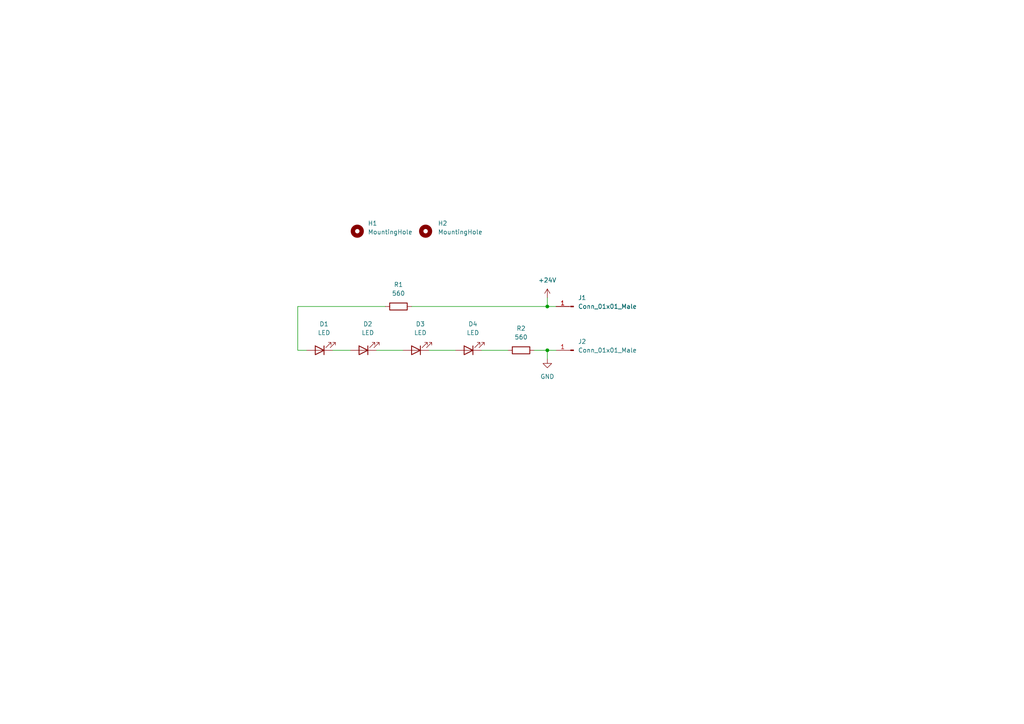
<source format=kicad_sch>
(kicad_sch (version 20230121) (generator eeschema)
  (paper "A4")
  (lib_symbols
    (symbol "Device:LED" (pin_numbers hide) (pin_names (offset 1.016) hide)
      (property "Reference" "D" (at 0 2.54 0))
      (property "Value" "LED" (at 0 -2.54 0))
      (symbol "LED_0_1"
        (polyline (pts (xy -1.27 -1.27) (xy -1.27 1.27)) (stroke (width 0.254)))
        (polyline (pts (xy -1.27 0) (xy 1.27 0)))
        (polyline (pts (xy 1.27 -1.27) (xy 1.27 1.27) (xy -1.27 0) (xy 1.27 -1.27)) (stroke (width 0.254)))
        (polyline (pts (xy -3.048 -0.762) (xy -4.572 -2.286) (xy -3.81 -2.286) (xy -4.572 -2.286) (xy -4.572 -1.524)))
        (polyline (pts (xy -1.778 -0.762) (xy -3.302 -2.286) (xy -2.54 -2.286) (xy -3.302 -2.286) (xy -3.302 -1.524)))
      )
      (symbol "LED_1_1"
        (pin passive line (at -3.81 0 0) (length 2.54) (name "K") (number "1"))
        (pin passive line (at 3.81 0 180) (length 2.54) (name "A") (number "2"))
      )
    )
    (symbol "Device:R" (pin_numbers hide) (pin_names (offset 0))
      (property "Reference" "R" (at 2.032 0 90))
      (property "Value" "R" (at 0 0 90))
      (symbol "R_0_1"
        (rectangle (start -1.016 -2.54) (end 1.016 2.54) (stroke (width 0.254)))
      )
      (symbol "R_1_1"
        (pin passive line (at 0 3.81 270) (length 1.27) (name "~") (number "1"))
        (pin passive line (at 0 -3.81 90) (length 1.27) (name "~") (number "2"))
      )
    )
    (symbol "HotendLit-rescue:Conn_01x01_Male-Connector" (pin_names (offset 1.016) hide)
      (property "Reference" "J" (at 0 2.54 0))
      (property "Value" "Connector_Conn_01x01_Male" (at 0 -2.54 0))
      (symbol "Conn_01x01_Male-Connector_1_1"
        (polyline (pts (xy 1.27 0) (xy 0.8636 0)) (stroke (width 0.1524)))
        (rectangle (start 0.8636 0.127) (end 0 -0.127) (stroke (width 0.1524)) (fill (type outline)))
        (pin passive line (at 5.08 0 180) (length 3.81) (name "Pin_1") (number "1"))
      )
    )
    (symbol "Mechanical:MountingHole" (pin_names (offset 1.016))
      (property "Reference" "H" (at 0 5.08 0))
      (property "Value" "MountingHole" (at 0 3.175 0))
      (symbol "MountingHole_0_1"
        (circle (center 0 0) (radius 1.27) (stroke (width 1.27)))
      )
    )
    (symbol "power:+24V" (power) (pin_names (offset 0))
      (property "Value" "+24V" (at 0 3.556 0))
      (symbol "+24V_0_1"
        (polyline (pts (xy -0.762 1.27) (xy 0 2.54)))
        (polyline (pts (xy 0 0) (xy 0 2.54)))
        (polyline (pts (xy 0 2.54) (xy 0.762 1.27)))
      )
      (symbol "+24V_1_1"
        (pin power_in line (at 0 0 90) (length 0) hide (name "+24V") (number "1"))
      )
    )
    (symbol "power:GND" (power) (pin_names (offset 0))
      (property "Value" "GND" (at 0 -3.81 0))
      (symbol "GND_0_1"
        (polyline (pts (xy 0 0) (xy 0 -1.27) (xy 1.27 -1.27) (xy 0 -2.54) (xy -1.27 -1.27) (xy 0 -1.27)))
      )
      (symbol "GND_1_1"
        (pin power_in line (at 0 0 270) (length 0) hide (name "GND") (number "1"))
      )
    )
  )
  (junction (at 158.75 101.6))
  (junction (at 158.75 88.9))
  (wire (pts (xy 161.29 101.6) (xy 158.75 101.6)))
  (wire (pts (xy 124.46 101.6) (xy 132.08 101.6)))
  (wire (pts (xy 119.38 88.9) (xy 158.75 88.9)))
  (wire (pts (xy 88.9 101.6) (xy 86.36 101.6)))
  (wire (pts (xy 109.22 101.6) (xy 116.84 101.6)))
  (wire (pts (xy 158.75 101.6) (xy 154.94 101.6)))
  (wire (pts (xy 158.75 88.9) (xy 161.29 88.9)))
  (wire (pts (xy 158.75 101.6) (xy 158.75 104.14)))
  (wire (pts (xy 158.75 86.36) (xy 158.75 88.9)))
  (wire (pts (xy 86.36 101.6) (xy 86.36 88.9)))
  (wire (pts (xy 101.6 101.6) (xy 96.52 101.6)))
  (wire (pts (xy 86.36 88.9) (xy 111.76 88.9)))
  (wire (pts (xy 139.7 101.6) (xy 147.32 101.6)))
  (symbol (lib_id "Device:R") (at 115.57 88.9 270) (unit 1)
    (property "Reference" "R1" (at 115.57 82.55 90))
    (property "Value" "560" (at 115.57 85.09 90))
    (property "Footprint" "2024l1:res0603" (effects hide))
  )
  (symbol (lib_id "HotendLit-rescue:Conn_01x01_Male-Connector") (at 166.37 88.9 180) (unit 1)
    (property "Reference" "J1" (at 167.64 86.36 0) (effects (justify right)))
    (property "Value" "Conn_01x01_Male" (at 167.64 88.9 0) (effects (justify right)))
    (property "Footprint" "MyKickadLayoutLib:SolderPad" (effects hide))
  )
  (symbol (lib_id "HotendLit-rescue:Conn_01x01_Male-Connector") (at 166.37 101.6 180) (unit 1)
    (property "Reference" "J2" (at 167.64 99.06 0) (effects (justify right)))
    (property "Value" "Conn_01x01_Male" (at 167.64 101.6 0) (effects (justify right)))
    (property "Footprint" "MyKickadLayoutLib:SolderPad" (effects hide))
  )
  (symbol (lib_id "Mechanical:MountingHole") (at 103.632 67.056 0) (unit 1)
    (property "Reference" "H1" (at 106.68 64.77 0) (effects (justify left)))
    (property "Value" "MountingHole" (at 106.68 67.31 0) (effects (justify left)))
    (property "Footprint" "MountingHole:MountingHole_2.5mm_Pad_Via" (effects hide))
  )
  (symbol (lib_id "Mechanical:MountingHole") (at 123.444 67.056 0) (unit 1)
    (property "Reference" "H2" (at 127 64.77 0) (effects (justify left)))
    (property "Value" "MountingHole" (at 127 67.31 0) (effects (justify left)))
    (property "Footprint" "MountingHole:MountingHole_2.5mm_Pad_Via" (effects hide))
  )
  (symbol (lib_id "Device:R") (at 151.13 101.6 270) (unit 1)
    (property "Reference" "R2" (at 151.13 95.25 90))
    (property "Value" "560" (at 151.13 97.79 90))
    (property "Footprint" "2024l1:res0603" (effects hide))
  )
  (symbol (lib_id "Device:LED") (at 92.71 101.6 180) (unit 1)
    (property "Reference" "D1" (at 93.98 93.98 0))
    (property "Value" "LED" (at 93.98 96.52 0))
    (property "Footprint" "2024l1:led2835" (effects hide))
    (property "Datasheet" "https://www.tme.eu/ro/details/rf-50hi35ds-cf-n-y/diode-led-smd-albe/refond/" (effects hide))
  )
  (symbol (lib_id "Device:LED") (at 105.41 101.6 180) (unit 1)
    (property "Reference" "D2" (at 106.68 93.98 0))
    (property "Value" "LED" (at 106.68 96.52 0))
    (property "Footprint" "2024l1:led2835" (effects hide))
    (property "Datasheet" "https://www.tme.eu/ro/details/rf-50hi35ds-cf-n-y/diode-led-smd-albe/refond/" (effects hide))
  )
  (symbol (lib_id "Device:LED") (at 120.65 101.6 180) (unit 1)
    (property "Reference" "D3" (at 121.92 93.98 0))
    (property "Value" "LED" (at 121.92 96.52 0))
    (property "Footprint" "2024l1:led2835" (effects hide))
    (property "Datasheet" "https://www.tme.eu/ro/details/rf-50hi35ds-cf-n-y/diode-led-smd-albe/refond/" (effects hide))
  )
  (symbol (lib_id "Device:LED") (at 135.89 101.6 180) (unit 1)
    (property "Reference" "D4" (at 137.16 93.98 0))
    (property "Value" "LED" (at 137.16 96.52 0))
    (property "Footprint" "2024l1:led2835" (effects hide))
    (property "Datasheet" "https://www.tme.eu/ro/details/rf-50hi35ds-cf-n-y/diode-led-smd-albe/refond/" (effects hide))
  )
  (symbol (lib_id "power:GND") (at 158.75 104.14 0) (unit 1)
    (property "Reference" "#PWR02" (effects hide))
    (property "Value" "GND" (at 158.75 109.22 0))
  )
  (symbol (lib_id "power:+24V") (at 158.75 86.36 0) (unit 1)
    (property "Reference" "#PWR01" (effects hide))
    (property "Value" "+24V" (at 158.75 81.28 0))
  )
)
</source>
